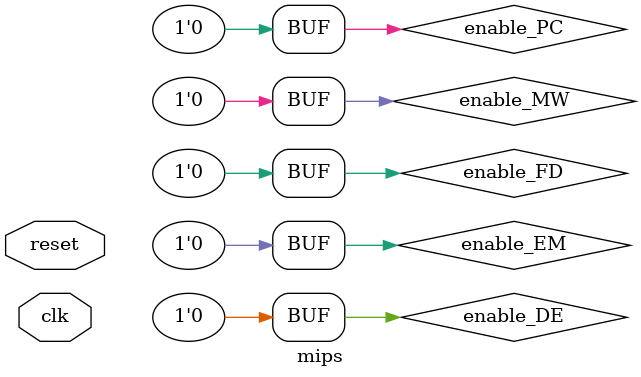
<source format=v>
`timescale 1ns / 1ps
module mips(
    input clk,
    input reset
    );
	 
	wire enable_PC=0,enable_FD=0,enable_DE=0,enable_EM=0,enable_MW=0;       //Ê¹ÄÜ¶Ë±äÁ¿
	
	//IF½×¶Î
	wire [31:0] NPC,PC_IF,PC4_IF,PC8_IF,INSTR_IF;   //½ød¼¶¼Ä´æÆ÷Ö®Ç°µÄ±äÁ¿
	
	wire [31:0] PC_D_OUT,PC4_D_OUT,PC8_D_OUT,INSTR_D_OUT;   //³öd¼¶¼Ä´æÆ÷µÄ±äÁ¿
	
	//ID½×¶Î
	wire [31:0] RD1_ID,RD2_ID,EXT_ID,NPC_ID;	//½øe¼¶¼Ä´æÆ÷Ö®Ç°µÄ±äÁ¿
	wire [2:0] PCOP;
	wire [1:0] EXTOP;
	wire BEQ,BB,Npc,reset_DE;
	
	wire [31:0] PC_E_OUT,PC4_E_OUT,PC8_E_OUT,RD1_E_OUT,RD2_E_OUT,EXT_E_OUT,INSTR_E_OUT;		//³öe¼¶¼Ä´æÆ÷µÄ±äÁ¿
	
	//EX½×¶Î
	wire [31:0] ALUB_EX,AO_EX;			//½øm¼¶¼Ä´æÆ÷Ö®Ç°µÄ±äÁ¿
	wire [1:0] ALUOP;
	wire ALUBOP;
	
	wire [31:0] PC_M_OUT,PC4_M_OUT,PC8_M_OUT,AO_M_OUT,RD2_M_OUT,INSTR_M_OUT; 			//³öm¼¶¼Ä´æÆ÷µÄ±äÁ¿
	
	//MEM½×¶Î
	wire [31:0] RD_MEM,WD_MEM;		//½øw¼¶¼Ä´æÆ÷Ö®Ç°µÄ±äÁ¿
	wire [4:0] WA_MEM;
	wire [1:0] WAOP,WDOP;
	wire DWE,DRE;

	wire [31:0] PC_W_OUT,WD_W_OUT,INSTR_W_OUT;			//³öw¼¶¼Ä´æÆ÷µÄ±äÁ¿
	wire [4:0] WA_W_OUT;
	
	//WB½×¶Î
	wire RWE;
	
	//ÔÝÍ£¿ØÖÆÐÅºÅ
	wire STALL;
	
	//×ª·¢ ¿ØÖÆÐÅºÅ
	wire [31:0] RSD,RTD,RSE,RTE,RTM;
	wire [2:0] RSDOP,RTDOP;
	wire [1:0] RSEOP,RTEOP;
	wire RTMOP;

	///////////////////////      IF             /////////////////////////////////////////
	
	IFU PC(clk,reset,STALL,Npc,NPC_ID,PC_IF,PC4_IF,PC8_IF,INSTR_IF);
	
	//Ð´ÈëÁ÷Ë®Ïß¼Ä´æÆ÷IF_ID
	IF_ID_reg D(clk,reset,STALL,PC_IF,PC4_IF,PC8_IF,INSTR_IF,PC_D_OUT,PC4_D_OUT,PC8_D_OUT,INSTR_D_OUT);
	
	//////////////////////         ID                ////////////////////////////

	CTRL_D ctrl_d(INSTR_D_OUT,PCOP,EXTOP,Npc);
	
	PAUSE stall(INSTR_D_OUT,INSTR_E_OUT,INSTR_M_OUT,STALL);		//ÔÝÍ£»úÖÆ
	
	FORWARD forward (
    .IR_D(INSTR_D_OUT), 
    .IR_E(INSTR_E_OUT), 
    .IR_M(INSTR_M_OUT), 
    .IR_W(INSTR_W_OUT), 
    .RSDOP(RSDOP), 										//×ª·¢»úÖÆ
    .RTDOP(RTDOP), 
    .RSEOP(RSEOP), 
    .RTEOP(RTEOP), 
    .RTMOP(RTMOP)
    );

	GRF grf (
    .RA1(INSTR_D_OUT[25:21]), 
    .RA2(INSTR_D_OUT[20:16]), 
    .WA(WA_W_OUT), 
    .WD(WD_W_OUT), 
    .Reset(reset), 
    .clk(clk), 
    .RWE(RWE), 
    .PC(PC_W_OUT), 
    .D1(RD1_ID), 
    .D2(RD2_ID)
    );

	EXT ext(INSTR_D_OUT[15:0],EXTOP,EXT_ID);
		
	MFRSD rsd (
	 .PC8_E(PC8_E_OUT), 		//RSD×ª·¢
    .AO_M(AO_M_OUT), 
    .PC8_M(PC8_M_OUT), 
    .WD_W(WD_W_OUT), 
    .RD1(RD1_ID), 
    .RSDOP(RSDOP), 
    .RSD(RSD)
    );
	 
	 MFRTD rtd (					//RTD×ª·¢
    .PC8_E(PC8_E_OUT), 
    .AO_M(AO_M_OUT), 
    .PC8_M(PC8_M_OUT), 
    .WD_W(WD_W_OUT), 
    .RD2(RD2_ID), 
    .RTDOP(RTDOP), 
    .RTD(RTD)
    );
	 
 	CMP cmp(RSD,RTD,BEQ,BB);

 	NPC npc(INSTR_D_OUT[25:0],PC4_D_OUT,RSD,PCOP,BEQ,BB,NPC_ID);
	
	 //Ð´ÈëÁ÷Ë®Ïß¼Ä´æÆ÷ID_EX
	
	ID_EX_reg E(clk,reset,STALL,PC_D_OUT,PC4_D_OUT,PC8_D_OUT,RSD,RTD,EXT_ID,INSTR_D_OUT,PC_E_OUT,PC4_E_OUT,PC8_E_OUT,RD1_E_OUT,RD2_E_OUT,EXT_E_OUT,INSTR_E_OUT);
	
	///////////////////////////             EX             /////////////////////////

	CTRL_E ctrl_e(INSTR_E_OUT,ALUOP,ALUBOP);
	
	MFRTE rte (
    .AO_M(AO_M_OUT), 
    .PC8_M(PC8_M_OUT), 
    .WD_W(WD_W_OUT), 
    .RD2(RD2_E_OUT), 
    .RTEOP(RTEOP), 
    .RTE(RTE)
    );

	MUX_ALUB alub(EXT_E_OUT,RTE,ALUBOP,ALUB_EX);
	
	MFRSE rse (
    .AO_M(AO_M_OUT), 
    .PC8_M(PC8_M_OUT), 
    .WD_W(WD_W_OUT), 
    .RD1(RD1_E_OUT), 
    .RSEOP(RSEOP), 
    .RSE(RSE)
    );

	ALU alu(RSE,ALUB_EX,ALUOP,AO_EX);
	
	//Ð´ÈëÁ÷Ë®Ïß¼Ä´æÆ÷EX_MEM

	EX_MEM_reg M(clk,reset,enable_EM,PC_E_OUT,PC4_E_OUT,PC8_E_OUT,AO_EX,RTE,INSTR_E_OUT,PC_M_OUT,PC4_M_OUT,PC8_M_OUT,AO_M_OUT,RD2_M_OUT,INSTR_M_OUT);

	//////////////////////////////////        MEM          ////////////////////////////////
	
	CTRL_M ctrl_m(INSTR_M_OUT,WAOP,WDOP,DRE,DWE);
	
	MFRTM rtm (
    .WD_W(WD_W_OUT), 
    .RD2(RD2_M_OUT), 
    .RTMOP(RTMOP), 
    .RTM(RTM)
    );
	
	DM mem(AO_M_OUT,RTM,reset,clk,DWE,DRE,PC_M_OUT,RD_MEM);
	
	MUX_WA wa(INSTR_M_OUT[20:16],INSTR_M_OUT[15:11],WAOP,WA_MEM);
	
	MUX_WD wd(AO_M_OUT,RD_MEM,PC8_M_OUT,WDOP,WD_MEM);
	
	//Ð´ÈëÁ÷Ë®Ïß¼Ä´æÆ÷MEM_WB
	
	MEM_WB_reg W (
    .reset(reset), 
    .clk(clk), 
    .pc(PC_M_OUT), 
    .wa(WA_MEM), 
    .wd(WD_MEM), 
    .instr(INSTR_M_OUT), 
    .enable(enable_MW), 
    .PC(PC_W_OUT), 
    .WA(WA_W_OUT), 
    .WD(WD_W_OUT), 
    .INSTR(INSTR_W_OUT)
    );


	///////////////////////            WB         /////////////////////////////////////
	CTRL_W ctrl_w(INSTR_W_OUT,RWE);
	 
endmodule

</source>
